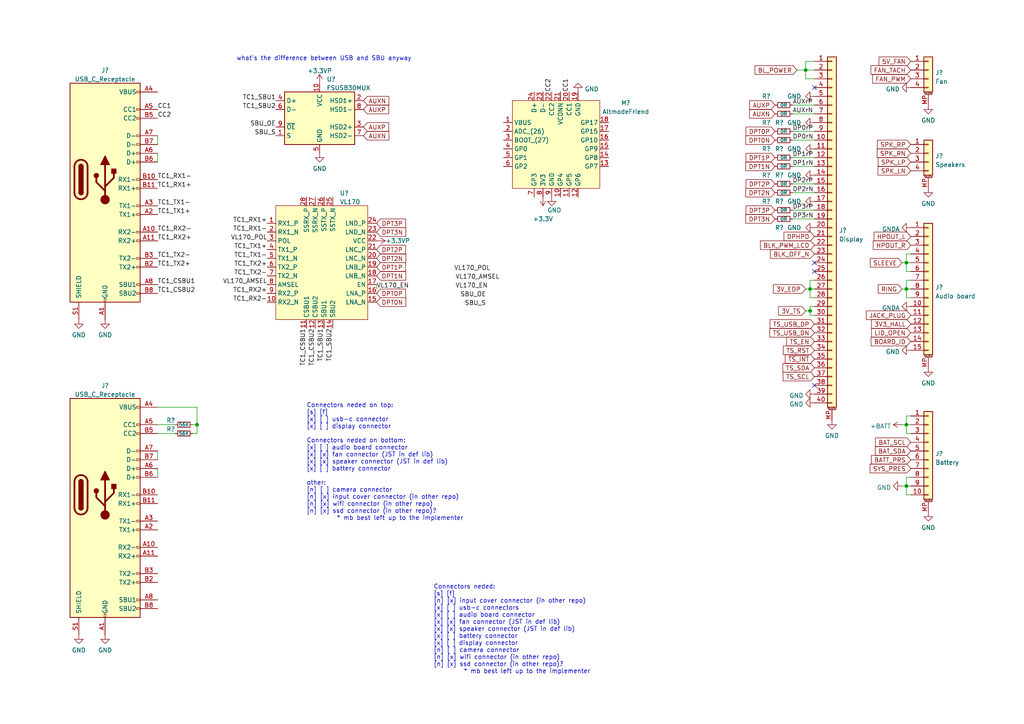
<source format=kicad_sch>
(kicad_sch (version 20211123) (generator eeschema)
  (paper "A4")
  (lib_symbols
    (symbol "Connector:USB_C_Receptacle" (pin_names (offset 1.016))
      (property "Reference" "J" (at -10.16 29.21 0))
      (property "Value" "USB_C_Receptacle" (at 10.16 29.21 0))
      (symbol "USB_C_Receptacle_0_0"
        (rectangle (start -0.254 -35.56) (end 0.254 -34.544))
        (rectangle (start 10.16 -32.766) (end 9.144 -33.274))
        (rectangle (start 10.16 -30.226) (end 9.144 -30.734))
        (rectangle (start 10.16 -25.146) (end 9.144 -25.654))
        (rectangle (start 10.16 -22.606) (end 9.144 -23.114))
        (rectangle (start 10.16 -17.526) (end 9.144 -18.034))
        (rectangle (start 10.16 -14.986) (end 9.144 -15.494))
        (rectangle (start 10.16 -9.906) (end 9.144 -10.414))
        (rectangle (start 10.16 -7.366) (end 9.144 -7.874))
        (rectangle (start 10.16 -2.286) (end 9.144 -2.794))
        (rectangle (start 10.16 0.254) (end 9.144 -0.254))
        (rectangle (start 10.16 5.334) (end 9.144 4.826))
        (rectangle (start 10.16 7.874) (end 9.144 7.366))
        (rectangle (start 10.16 10.414) (end 9.144 9.906))
        (rectangle (start 10.16 12.954) (end 9.144 12.446))
        (rectangle (start 10.16 18.034) (end 9.144 17.526))
        (rectangle (start 10.16 20.574) (end 9.144 20.066))
        (rectangle (start 10.16 25.654) (end 9.144 25.146))
      )
      (symbol "USB_C_Receptacle_0_1"
        (rectangle (start -10.16 27.94) (end 10.16 -35.56) (stroke (width 0.254)) (fill (type background)))
        (arc (start -8.89 -3.81) (mid -6.985 -5.715) (end -5.08 -3.81) (stroke (width 0.508)))
        (arc (start -7.62 -3.81) (mid -6.985 -4.445) (end -6.35 -3.81) (stroke (width 0.254)))
        (arc (start -7.62 -3.81) (mid -6.985 -4.445) (end -6.35 -3.81) (stroke (width 0.254)) (fill (type outline)))
        (rectangle (start -7.62 -3.81) (end -6.35 3.81) (stroke (width 0.254)) (fill (type outline)))
        (arc (start -6.35 3.81) (mid -6.985 4.445) (end -7.62 3.81) (stroke (width 0.254)))
        (arc (start -6.35 3.81) (mid -6.985 4.445) (end -7.62 3.81) (stroke (width 0.254)) (fill (type outline)))
        (arc (start -5.08 3.81) (mid -6.985 5.715) (end -8.89 3.81) (stroke (width 0.508)))
        (polyline (pts (xy -8.89 -3.81) (xy -8.89 3.81)) (stroke (width 0.508)))
        (polyline (pts (xy -5.08 3.81) (xy -5.08 -3.81)) (stroke (width 0.508)))
      )
      (symbol "USB_C_Receptacle_1_1"
        (circle (center -2.54 1.143) (radius 0.635) (stroke (width 0.254)) (fill (type outline)))
        (circle (center 0 -5.842) (radius 1.27) (fill (type outline)))
        (polyline (pts (xy 0 -5.842) (xy 0 4.318)) (stroke (width 0.508)))
        (polyline (pts (xy 0 -3.302) (xy -2.54 -0.762) (xy -2.54 0.508)) (stroke (width 0.508)))
        (polyline (pts (xy 0 -2.032) (xy 2.54 0.508) (xy 2.54 1.778)) (stroke (width 0.508)))
        (polyline (pts (xy -1.27 4.318) (xy 0 6.858) (xy 1.27 4.318) (xy -1.27 4.318)) (stroke (width 0.254)) (fill (type outline)))
        (rectangle (start 1.905 1.778) (end 3.175 3.048) (stroke (width 0.254)) (fill (type outline)))
        (pin passive line (at 0 -40.64 90) (length 5.08) (name "GND") (number "A1"))
        (pin bidirectional line (at 15.24 -15.24 180) (length 5.08) (name "RX2-") (number "A10"))
        (pin bidirectional line (at 15.24 -17.78 180) (length 5.08) (name "RX2+") (number "A11"))
        (pin passive line (at 0 -40.64 90) (length 5.08) hide (name "GND") (number "A12"))
        (pin bidirectional line (at 15.24 -10.16 180) (length 5.08) (name "TX1+") (number "A2"))
        (pin bidirectional line (at 15.24 -7.62 180) (length 5.08) (name "TX1-") (number "A3"))
        (pin passive line (at 15.24 25.4 180) (length 5.08) (name "VBUS") (number "A4"))
        (pin bidirectional line (at 15.24 20.32 180) (length 5.08) (name "CC1") (number "A5"))
        (pin bidirectional line (at 15.24 7.62 180) (length 5.08) (name "D+") (number "A6"))
        (pin bidirectional line (at 15.24 12.7 180) (length 5.08) (name "D-") (number "A7"))
        (pin bidirectional line (at 15.24 -30.48 180) (length 5.08) (name "SBU1") (number "A8"))
        (pin passive line (at 15.24 25.4 180) (length 5.08) hide (name "VBUS") (number "A9"))
        (pin passive line (at 0 -40.64 90) (length 5.08) hide (name "GND") (number "B1"))
        (pin bidirectional line (at 15.24 0 180) (length 5.08) (name "RX1-") (number "B10"))
        (pin bidirectional line (at 15.24 -2.54 180) (length 5.08) (name "RX1+") (number "B11"))
        (pin passive line (at 0 -40.64 90) (length 5.08) hide (name "GND") (number "B12"))
        (pin bidirectional line (at 15.24 -25.4 180) (length 5.08) (name "TX2+") (number "B2"))
        (pin bidirectional line (at 15.24 -22.86 180) (length 5.08) (name "TX2-") (number "B3"))
        (pin passive line (at 15.24 25.4 180) (length 5.08) hide (name "VBUS") (number "B4"))
        (pin bidirectional line (at 15.24 17.78 180) (length 5.08) (name "CC2") (number "B5"))
        (pin bidirectional line (at 15.24 5.08 180) (length 5.08) (name "D+") (number "B6"))
        (pin bidirectional line (at 15.24 10.16 180) (length 5.08) (name "D-") (number "B7"))
        (pin bidirectional line (at 15.24 -33.02 180) (length 5.08) (name "SBU2") (number "B8"))
        (pin passive line (at 15.24 25.4 180) (length 5.08) hide (name "VBUS") (number "B9"))
        (pin passive line (at -7.62 -40.64 90) (length 5.08) (name "SHIELD") (number "S1"))
      )
    )
    (symbol "Connector_Generic_MountingPin:Conn_01x04_MountingPin" (pin_names (offset 1.016) hide)
      (property "Reference" "J" (at 0 5.08 0))
      (property "Value" "Conn_01x04_MountingPin" (at 1.27 -7.62 0))
      (symbol "Conn_01x04_MountingPin_1_1"
        (rectangle (start -1.27 -4.953) (end 0 -5.207) (stroke (width 0.1524)))
        (rectangle (start -1.27 -2.413) (end 0 -2.667) (stroke (width 0.1524)))
        (rectangle (start -1.27 0.127) (end 0 -0.127) (stroke (width 0.1524)))
        (rectangle (start -1.27 2.667) (end 0 2.413) (stroke (width 0.1524)))
        (rectangle (start -1.27 3.81) (end 1.27 -6.35) (stroke (width 0.254)) (fill (type background)))
        (polyline (pts (xy -1.016 -7.112) (xy 1.016 -7.112)) (stroke (width 0.1524)))
        (text "Mounting" (at 0 -6.731 0) (effects (font (size 0.381 0.381))))
        (pin passive line (at -5.08 2.54 0) (length 3.81) (name "Pin_1") (number "1"))
        (pin passive line (at -5.08 0 0) (length 3.81) (name "Pin_2") (number "2"))
        (pin passive line (at -5.08 -2.54 0) (length 3.81) (name "Pin_3") (number "3"))
        (pin passive line (at -5.08 -5.08 0) (length 3.81) (name "Pin_4") (number "4"))
        (pin passive line (at 0 -10.16 90) (length 3.048) (name "MountPin") (number "MP"))
      )
    )
    (symbol "Connector_Generic_MountingPin:Conn_01x10_MountingPin" (pin_names (offset 1.016) hide)
      (property "Reference" "J" (at 0 12.7 0))
      (property "Value" "Conn_01x10_MountingPin" (at 1.27 -15.24 0))
      (symbol "Conn_01x10_MountingPin_1_1"
        (rectangle (start -1.27 -12.573) (end 0 -12.827) (stroke (width 0.1524)))
        (rectangle (start -1.27 -10.033) (end 0 -10.287) (stroke (width 0.1524)))
        (rectangle (start -1.27 -7.493) (end 0 -7.747) (stroke (width 0.1524)))
        (rectangle (start -1.27 -4.953) (end 0 -5.207) (stroke (width 0.1524)))
        (rectangle (start -1.27 -2.413) (end 0 -2.667) (stroke (width 0.1524)))
        (rectangle (start -1.27 0.127) (end 0 -0.127) (stroke (width 0.1524)))
        (rectangle (start -1.27 2.667) (end 0 2.413) (stroke (width 0.1524)))
        (rectangle (start -1.27 5.207) (end 0 4.953) (stroke (width 0.1524)))
        (rectangle (start -1.27 7.747) (end 0 7.493) (stroke (width 0.1524)))
        (rectangle (start -1.27 10.287) (end 0 10.033) (stroke (width 0.1524)))
        (rectangle (start -1.27 11.43) (end 1.27 -13.97) (stroke (width 0.254)) (fill (type background)))
        (polyline (pts (xy -1.016 -14.732) (xy 1.016 -14.732)) (stroke (width 0.1524)))
        (text "Mounting" (at 0 -14.351 0) (effects (font (size 0.381 0.381))))
        (pin passive line (at -5.08 10.16 0) (length 3.81) (name "Pin_1") (number "1"))
        (pin passive line (at -5.08 -12.7 0) (length 3.81) (name "Pin_10") (number "10"))
        (pin passive line (at -5.08 7.62 0) (length 3.81) (name "Pin_2") (number "2"))
        (pin passive line (at -5.08 5.08 0) (length 3.81) (name "Pin_3") (number "3"))
        (pin passive line (at -5.08 2.54 0) (length 3.81) (name "Pin_4") (number "4"))
        (pin passive line (at -5.08 0 0) (length 3.81) (name "Pin_5") (number "5"))
        (pin passive line (at -5.08 -2.54 0) (length 3.81) (name "Pin_6") (number "6"))
        (pin passive line (at -5.08 -5.08 0) (length 3.81) (name "Pin_7") (number "7"))
        (pin passive line (at -5.08 -7.62 0) (length 3.81) (name "Pin_8") (number "8"))
        (pin passive line (at -5.08 -10.16 0) (length 3.81) (name "Pin_9") (number "9"))
        (pin passive line (at 0 -17.78 90) (length 3.048) (name "MountPin") (number "MP"))
      )
    )
    (symbol "Connector_Generic_MountingPin:Conn_01x15_MountingPin" (pin_names (offset 1.016) hide)
      (property "Reference" "J" (at 0 20.32 0))
      (property "Value" "Conn_01x15_MountingPin" (at 1.27 -20.32 0))
      (symbol "Conn_01x15_MountingPin_1_1"
        (rectangle (start -1.27 -17.653) (end 0 -17.907) (stroke (width 0.1524)))
        (rectangle (start -1.27 -15.113) (end 0 -15.367) (stroke (width 0.1524)))
        (rectangle (start -1.27 -12.573) (end 0 -12.827) (stroke (width 0.1524)))
        (rectangle (start -1.27 -10.033) (end 0 -10.287) (stroke (width 0.1524)))
        (rectangle (start -1.27 -7.493) (end 0 -7.747) (stroke (width 0.1524)))
        (rectangle (start -1.27 -4.953) (end 0 -5.207) (stroke (width 0.1524)))
        (rectangle (start -1.27 -2.413) (end 0 -2.667) (stroke (width 0.1524)))
        (rectangle (start -1.27 0.127) (end 0 -0.127) (stroke (width 0.1524)))
        (rectangle (start -1.27 2.667) (end 0 2.413) (stroke (width 0.1524)))
        (rectangle (start -1.27 5.207) (end 0 4.953) (stroke (width 0.1524)))
        (rectangle (start -1.27 7.747) (end 0 7.493) (stroke (width 0.1524)))
        (rectangle (start -1.27 10.287) (end 0 10.033) (stroke (width 0.1524)))
        (rectangle (start -1.27 12.827) (end 0 12.573) (stroke (width 0.1524)))
        (rectangle (start -1.27 15.367) (end 0 15.113) (stroke (width 0.1524)))
        (rectangle (start -1.27 17.907) (end 0 17.653) (stroke (width 0.1524)))
        (rectangle (start -1.27 19.05) (end 1.27 -19.05) (stroke (width 0.254)) (fill (type background)))
        (polyline (pts (xy -1.016 -19.812) (xy 1.016 -19.812)) (stroke (width 0.1524)))
        (text "Mounting" (at 0 -19.431 0) (effects (font (size 0.381 0.381))))
        (pin passive line (at -5.08 17.78 0) (length 3.81) (name "Pin_1") (number "1"))
        (pin passive line (at -5.08 -5.08 0) (length 3.81) (name "Pin_10") (number "10"))
        (pin passive line (at -5.08 -7.62 0) (length 3.81) (name "Pin_11") (number "11"))
        (pin passive line (at -5.08 -10.16 0) (length 3.81) (name "Pin_12") (number "12"))
        (pin passive line (at -5.08 -12.7 0) (length 3.81) (name "Pin_13") (number "13"))
        (pin passive line (at -5.08 -15.24 0) (length 3.81) (name "Pin_14") (number "14"))
        (pin passive line (at -5.08 -17.78 0) (length 3.81) (name "Pin_15") (number "15"))
        (pin passive line (at -5.08 15.24 0) (length 3.81) (name "Pin_2") (number "2"))
        (pin passive line (at -5.08 12.7 0) (length 3.81) (name "Pin_3") (number "3"))
        (pin passive line (at -5.08 10.16 0) (length 3.81) (name "Pin_4") (number "4"))
        (pin passive line (at -5.08 7.62 0) (length 3.81) (name "Pin_5") (number "5"))
        (pin passive line (at -5.08 5.08 0) (length 3.81) (name "Pin_6") (number "6"))
        (pin passive line (at -5.08 2.54 0) (length 3.81) (name "Pin_7") (number "7"))
        (pin passive line (at -5.08 0 0) (length 3.81) (name "Pin_8") (number "8"))
        (pin passive line (at -5.08 -2.54 0) (length 3.81) (name "Pin_9") (number "9"))
        (pin passive line (at 0 -22.86 90) (length 3.048) (name "MountPin") (number "MP"))
      )
    )
    (symbol "Connector_Generic_MountingPin:Conn_01x40_MountingPin" (pin_names (offset 1.016) hide)
      (property "Reference" "J" (at 0 50.8 0))
      (property "Value" "Conn_01x40_MountingPin" (at 1.27 -53.34 0))
      (symbol "Conn_01x40_MountingPin_1_1"
        (rectangle (start -1.27 -50.673) (end 0 -50.927) (stroke (width 0.1524)))
        (rectangle (start -1.27 -48.133) (end 0 -48.387) (stroke (width 0.1524)))
        (rectangle (start -1.27 -45.593) (end 0 -45.847) (stroke (width 0.1524)))
        (rectangle (start -1.27 -43.053) (end 0 -43.307) (stroke (width 0.1524)))
        (rectangle (start -1.27 -40.513) (end 0 -40.767) (stroke (width 0.1524)))
        (rectangle (start -1.27 -37.973) (end 0 -38.227) (stroke (width 0.1524)))
        (rectangle (start -1.27 -35.433) (end 0 -35.687) (stroke (width 0.1524)))
        (rectangle (start -1.27 -32.893) (end 0 -33.147) (stroke (width 0.1524)))
        (rectangle (start -1.27 -30.353) (end 0 -30.607) (stroke (width 0.1524)))
        (rectangle (start -1.27 -27.813) (end 0 -28.067) (stroke (width 0.1524)))
        (rectangle (start -1.27 -25.273) (end 0 -25.527) (stroke (width 0.1524)))
        (rectangle (start -1.27 -22.733) (end 0 -22.987) (stroke (width 0.1524)))
        (rectangle (start -1.27 -20.193) (end 0 -20.447) (stroke (width 0.1524)))
        (rectangle (start -1.27 -17.653) (end 0 -17.907) (stroke (width 0.1524)))
        (rectangle (start -1.27 -15.113) (end 0 -15.367) (stroke (width 0.1524)))
        (rectangle (start -1.27 -12.573) (end 0 -12.827) (stroke (width 0.1524)))
        (rectangle (start -1.27 -10.033) (end 0 -10.287) (stroke (width 0.1524)))
        (rectangle (start -1.27 -7.493) (end 0 -7.747) (stroke (width 0.1524)))
        (rectangle (start -1.27 -4.953) (end 0 -5.207) (stroke (width 0.1524)))
        (rectangle (start -1.27 -2.413) (end 0 -2.667) (stroke (width 0.1524)))
        (rectangle (start -1.27 0.127) (end 0 -0.127) (stroke (width 0.1524)))
        (rectangle (start -1.27 2.667) (end 0 2.413) (stroke (width 0.1524)))
        (rectangle (start -1.27 5.207) (end 0 4.953) (stroke (width 0.1524)))
        (rectangle (start -1.27 7.747) (end 0 7.493) (stroke (width 0.1524)))
        (rectangle (start -1.27 10.287) (end 0 10.033) (stroke (width 0.1524)))
        (rectangle (start -1.27 12.827) (end 0 12.573) (stroke (width 0.1524)))
        (rectangle (start -1.27 15.367) (end 0 15.113) (stroke (width 0.1524)))
        (rectangle (start -1.27 17.907) (end 0 17.653) (stroke (width 0.1524)))
        (rectangle (start -1.27 20.447) (end 0 20.193) (stroke (width 0.1524)))
        (rectangle (start -1.27 22.987) (end 0 22.733) (stroke (width 0.1524)))
        (rectangle (start -1.27 25.527) (end 0 25.273) (stroke (width 0.1524)))
        (rectangle (start -1.27 28.067) (end 0 27.813) (stroke (width 0.1524)))
        (rectangle (start -1.27 30.607) (end 0 30.353) (stroke (width 0.1524)))
        (rectangle (start -1.27 33.147) (end 0 32.893) (stroke (width 0.1524)))
        (rectangle (start -1.27 35.687) (end 0 35.433) (stroke (width 0.1524)))
        (rectangle (start -1.27 38.227) (end 0 37.973) (stroke (width 0.1524)))
        (rectangle (start -1.27 40.767) (end 0 40.513) (stroke (width 0.1524)))
        (rectangle (start -1.27 43.307) (end 0 43.053) (stroke (width 0.1524)))
        (rectangle (start -1.27 45.847) (end 0 45.593) (stroke (width 0.1524)))
        (rectangle (start -1.27 48.387) (end 0 48.133) (stroke (width 0.1524)))
        (rectangle (start -1.27 49.53) (end 1.27 -52.07) (stroke (width 0.254)) (fill (type background)))
        (polyline (pts (xy -1.016 -52.832) (xy 1.016 -52.832)) (stroke (width 0.1524)))
        (text "Mounting" (at 0 -52.451 0) (effects (font (size 0.381 0.381))))
        (pin passive line (at -5.08 48.26 0) (length 3.81) (name "Pin_1") (number "1"))
        (pin passive line (at -5.08 25.4 0) (length 3.81) (name "Pin_10") (number "10"))
        (pin passive line (at -5.08 22.86 0) (length 3.81) (name "Pin_11") (number "11"))
        (pin passive line (at -5.08 20.32 0) (length 3.81) (name "Pin_12") (number "12"))
        (pin passive line (at -5.08 17.78 0) (length 3.81) (name "Pin_13") (number "13"))
        (pin passive line (at -5.08 15.24 0) (length 3.81) (name "Pin_14") (number "14"))
        (pin passive line (at -5.08 12.7 0) (length 3.81) (name "Pin_15") (number "15"))
        (pin passive line (at -5.08 10.16 0) (length 3.81) (name "Pin_16") (number "16"))
        (pin passive line (at -5.08 7.62 0) (length 3.81) (name "Pin_17") (number "17"))
        (pin passive line (at -5.08 5.08 0) (length 3.81) (name "Pin_18") (number "18"))
        (pin passive line (at -5.08 2.54 0) (length 3.81) (name "Pin_19") (number "19"))
        (pin passive line (at -5.08 45.72 0) (length 3.81) (name "Pin_2") (number "2"))
        (pin passive line (at -5.08 0 0) (length 3.81) (name "Pin_20") (number "20"))
        (pin passive line (at -5.08 -2.54 0) (length 3.81) (name "Pin_21") (number "21"))
        (pin passive line (at -5.08 -5.08 0) (length 3.81) (name "Pin_22") (number "22"))
        (pin passive line (at -5.08 -7.62 0) (length 3.81) (name "Pin_23") (number "23"))
        (pin passive line (at -5.08 -10.16 0) (length 3.81) (name "Pin_24") (number "24"))
        (pin passive line (at -5.08 -12.7 0) (length 3.81) (name "Pin_25") (number "25"))
        (pin passive line (at -5.08 -15.24 0) (length 3.81) (name "Pin_26") (number "26"))
        (pin passive line (at -5.08 -17.78 0) (length 3.81) (name "Pin_27") (number "27"))
        (pin passive line (at -5.08 -20.32 0) (length 3.81) (name "Pin_28") (number "28"))
        (pin passive line (at -5.08 -22.86 0) (length 3.81) (name "Pin_29") (number "29"))
        (pin passive line (at -5.08 43.18 0) (length 3.81) (name "Pin_3") (number "3"))
        (pin passive line (at -5.08 -25.4 0) (length 3.81) (name "Pin_30") (number "30"))
        (pin passive line (at -5.08 -27.94 0) (length 3.81) (name "Pin_31") (number "31"))
        (pin passive line (at -5.08 -30.48 0) (length 3.81) (name "Pin_32") (number "32"))
        (pin passive line (at -5.08 -33.02 0) (length 3.81) (name "Pin_33") (number "33"))
        (pin passive line (at -5.08 -35.56 0) (length 3.81) (name "Pin_34") (number "34"))
        (pin passive line (at -5.08 -38.1 0) (length 3.81) (name "Pin_35") (number "35"))
        (pin passive line (at -5.08 -40.64 0) (length 3.81) (name "Pin_36") (number "36"))
        (pin passive line (at -5.08 -43.18 0) (length 3.81) (name "Pin_37") (number "37"))
        (pin passive line (at -5.08 -45.72 0) (length 3.81) (name "Pin_38") (number "38"))
        (pin passive line (at -5.08 -48.26 0) (length 3.81) (name "Pin_39") (number "39"))
        (pin passive line (at -5.08 40.64 0) (length 3.81) (name "Pin_4") (number "4"))
        (pin passive line (at -5.08 -50.8 0) (length 3.81) (name "Pin_40") (number "40"))
        (pin passive line (at -5.08 38.1 0) (length 3.81) (name "Pin_5") (number "5"))
        (pin passive line (at -5.08 35.56 0) (length 3.81) (name "Pin_6") (number "6"))
        (pin passive line (at -5.08 33.02 0) (length 3.81) (name "Pin_7") (number "7"))
        (pin passive line (at -5.08 30.48 0) (length 3.81) (name "Pin_8") (number "8"))
        (pin passive line (at -5.08 27.94 0) (length 3.81) (name "Pin_9") (number "9"))
        (pin passive line (at 0 -55.88 90) (length 3.048) (name "MountPin") (number "MP"))
      )
    )
    (symbol "Device:R_Small" (pin_numbers hide) (pin_names (offset 0.254) hide)
      (property "Reference" "R" (at 0.762 0.508 0))
      (property "Value" "R_Small" (at 0.762 -1.016 0))
      (symbol "R_Small_0_1"
        (rectangle (start -0.762 1.778) (end 0.762 -1.778) (stroke (width 0.2032)))
      )
      (symbol "R_Small_1_1"
        (pin passive line (at 0 2.54 270) (length 0.762) (name "~") (number "1"))
        (pin passive line (at 0 -2.54 90) (length 0.762) (name "~") (number "2"))
      )
    )
    (symbol "Interface_USB:FSUSB30MUX"
      (property "Reference" "U" (at -8.89 8.89 0))
      (property "Value" "FSUSB30MUX" (at 7.62 -8.89 0))
      (symbol "FSUSB30MUX_0_1"
        (rectangle (start -10.16 7.62) (end 10.16 -7.62) (stroke (width 0.254)) (fill (type background)))
      )
      (symbol "FSUSB30MUX_1_1"
        (pin input line (at -12.7 -5.08 0) (length 2.54) (name "S") (number "1"))
        (pin power_in line (at 0 10.16 270) (length 2.54) (name "VCC") (number "10"))
        (pin bidirectional line (at 12.7 5.08 180) (length 2.54) (name "HSD1+") (number "2"))
        (pin bidirectional line (at 12.7 -2.54 180) (length 2.54) (name "HSD2+") (number "3"))
        (pin bidirectional line (at -12.7 5.08 0) (length 2.54) (name "D+") (number "4"))
        (pin power_in line (at 0 -10.16 90) (length 2.54) (name "GND") (number "5"))
        (pin bidirectional line (at -12.7 2.54 0) (length 2.54) (name "D-") (number "6"))
        (pin bidirectional line (at 12.7 -5.08 180) (length 2.54) (name "HSD2-") (number "7"))
        (pin bidirectional line (at 12.7 2.54 180) (length 2.54) (name "HSD1-") (number "8"))
        (pin input line (at -12.7 -2.54 0) (length 2.54) (name "~{OE}") (number "9"))
      )
    )
    (symbol "altmode_friend:AltmodeFriend"
      (property "Reference" "M" (at 8.89 13.97 0))
      (property "Value" "AltmodeFriend" (at 13.97 -13.97 0))
      (symbol "AltmodeFriend_0_1"
        (rectangle (start -12.7 12.7) (end 12.7 -12.7) (stroke (width 0.1524)) (fill (type background)))
      )
      (symbol "AltmodeFriend_1_1"
        (pin input line (at -15.24 6.35 0) (length 2.54) (name "VBUS") (number "1"))
        (pin input line (at 1.27 -15.24 90) (length 2.54) (name "GP4") (number "10"))
        (pin input line (at 3.81 -15.24 90) (length 2.54) (name "GP5") (number "11"))
        (pin input line (at 6.35 -15.24 90) (length 2.54) (name "GP6") (number "12"))
        (pin input line (at 15.24 -6.35 180) (length 2.54) (name "GP7") (number "13"))
        (pin input line (at 15.24 -3.81 180) (length 2.54) (name "GP8") (number "14"))
        (pin input line (at 15.24 -1.27 180) (length 2.54) (name "GP9") (number "15"))
        (pin input line (at 15.24 1.27 180) (length 2.54) (name "GP10") (number "16"))
        (pin input line (at 15.24 3.81 180) (length 2.54) (name "GP15") (number "17"))
        (pin input line (at 15.24 6.35 180) (length 2.54) (name "GP17") (number "18"))
        (pin input line (at 6.35 15.24 270) (length 2.54) (name "GND") (number "19"))
        (pin input line (at -15.24 3.81 0) (length 2.54) (name "ADC_(26)") (number "2"))
        (pin input line (at 3.81 15.24 270) (length 2.54) (name "CC1") (number "20"))
        (pin input line (at 1.27 15.24 270) (length 2.54) (name "VCONN") (number "21"))
        (pin input line (at -1.27 15.24 270) (length 2.54) (name "CC2") (number "22"))
        (pin input line (at -3.81 15.24 270) (length 2.54) (name "D-") (number "23"))
        (pin input line (at -6.35 15.24 270) (length 2.54) (name "D+") (number "24"))
        (pin input line (at -15.24 1.27 0) (length 2.54) (name "BOOT_(27)") (number "3"))
        (pin input line (at -15.24 -1.27 0) (length 2.54) (name "GP0") (number "4"))
        (pin input line (at -15.24 -3.81 0) (length 2.54) (name "GP1") (number "5"))
        (pin input line (at -15.24 -6.35 0) (length 2.54) (name "GP2") (number "6"))
        (pin input line (at -6.35 -15.24 90) (length 2.54) (name "GP3") (number "7"))
        (pin input line (at -3.81 -15.24 90) (length 2.54) (name "3V3") (number "8"))
        (pin input line (at -1.27 -15.24 90) (length 2.54) (name "GND") (number "9"))
      )
    )
    (symbol "power:+3.3V" (power) (pin_names (offset 0))
      (property "Value" "+3.3V" (at 0 3.556 0))
      (symbol "+3.3V_0_1"
        (polyline (pts (xy -0.762 1.27) (xy 0 2.54)))
        (polyline (pts (xy 0 0) (xy 0 2.54)))
        (polyline (pts (xy 0 2.54) (xy 0.762 1.27)))
      )
      (symbol "+3.3V_1_1"
        (pin power_in line (at 0 0 90) (length 0) hide (name "+3.3V") (number "1"))
      )
    )
    (symbol "power:+3.3VP" (power) (pin_names (offset 0))
      (property "Value" "+3.3VP" (at 0 2.54 0))
      (symbol "+3.3VP_0_0"
        (pin power_in line (at 0 0 90) (length 0) hide (name "+3.3VP") (number "1"))
      )
      (symbol "+3.3VP_0_1"
        (polyline (pts (xy -0.762 1.27) (xy 0 2.54)))
        (polyline (pts (xy 0 0) (xy 0 2.54)))
        (polyline (pts (xy 0 2.54) (xy 0.762 1.27)))
      )
    )
    (symbol "power:+BATT" (power) (pin_names (offset 0))
      (property "Value" "+BATT" (at 0 3.556 0))
      (symbol "+BATT_0_1"
        (polyline (pts (xy -0.762 1.27) (xy 0 2.54)))
        (polyline (pts (xy 0 0) (xy 0 2.54)))
        (polyline (pts (xy 0 2.54) (xy 0.762 1.27)))
      )
      (symbol "+BATT_1_1"
        (pin power_in line (at 0 0 90) (length 0) hide (name "+BATT") (number "1"))
      )
    )
    (symbol "power:GND" (power) (pin_names (offset 0))
      (property "Value" "GND" (at 0 -3.81 0))
      (symbol "GND_0_1"
        (polyline (pts (xy 0 0) (xy 0 -1.27) (xy 1.27 -1.27) (xy 0 -2.54) (xy -1.27 -1.27) (xy 0 -1.27)))
      )
      (symbol "GND_1_1"
        (pin power_in line (at 0 0 270) (length 0) hide (name "GND") (number "1"))
      )
    )
    (symbol "power:GNDA" (power) (pin_names (offset 0))
      (property "Value" "GNDA" (at 0 -3.81 0))
      (symbol "GNDA_0_1"
        (polyline (pts (xy 0 0) (xy 0 -1.27) (xy 1.27 -1.27) (xy 0 -2.54) (xy -1.27 -1.27) (xy 0 -1.27)))
      )
      (symbol "GNDA_1_1"
        (pin power_in line (at 0 0 270) (length 0) hide (name "GNDA") (number "1"))
      )
    )
    (symbol "vl170:VL170"
      (property "Reference" "U" (at 7.62 17.78 0))
      (property "Value" "VL170" (at 10.16 -17.78 0))
      (symbol "VL170_0_1"
        (rectangle (start -12.7 16.51) (end 13.97 -16.51) (stroke (width 0.1524)) (fill (type background)))
      )
      (symbol "VL170_1_1"
        (pin input line (at -15.24 11.43 0) (length 2.54) (name "RX1_P") (number "1"))
        (pin input line (at -15.24 -11.43 0) (length 2.54) (name "RX2_N") (number "10"))
        (pin input line (at -3.81 -19.05 90) (length 2.54) (name "CSBU1") (number "11"))
        (pin input line (at -1.27 -19.05 90) (length 2.54) (name "CSBU2") (number "12"))
        (pin input line (at 1.27 -19.05 90) (length 2.54) (name "SBU1") (number "13"))
        (pin input line (at 3.81 -19.05 90) (length 2.54) (name "SBU2") (number "14"))
        (pin input line (at 16.51 -11.43 180) (length 2.54) (name "LNA_N") (number "15"))
        (pin input line (at 16.51 -8.89 180) (length 2.54) (name "LNA_P") (number "16"))
        (pin input line (at 16.51 -6.35 180) (length 2.54) (name "EN") (number "17"))
        (pin input line (at 16.51 -3.81 180) (length 2.54) (name "LNB_N") (number "18"))
        (pin input line (at 16.51 -1.27 180) (length 2.54) (name "LNB_P") (number "19"))
        (pin input line (at -15.24 8.89 0) (length 2.54) (name "RX1_N") (number "2"))
        (pin input line (at 16.51 1.27 180) (length 2.54) (name "LNC_N") (number "20"))
        (pin input line (at 16.51 3.81 180) (length 2.54) (name "LNC_P") (number "21"))
        (pin input line (at 16.51 6.35 180) (length 2.54) (name "VCC") (number "22"))
        (pin input line (at 16.51 8.89 180) (length 2.54) (name "LND_N") (number "23"))
        (pin input line (at 16.51 11.43 180) (length 2.54) (name "LND_P") (number "24"))
        (pin input line (at 3.81 19.05 270) (length 2.54) (name "SSTX_N") (number "25"))
        (pin input line (at 1.27 19.05 270) (length 2.54) (name "SSTX_P") (number "26"))
        (pin input line (at -1.27 19.05 270) (length 2.54) (name "SSRX_N") (number "27"))
        (pin input line (at -3.81 19.05 270) (length 2.54) (name "SSRX_P") (number "28"))
        (pin input line (at -15.24 6.35 0) (length 2.54) (name "POL") (number "3"))
        (pin input line (at -15.24 3.81 0) (length 2.54) (name "TX1_P") (number "4"))
        (pin input line (at -15.24 1.27 0) (length 2.54) (name "TX1_N") (number "5"))
        (pin input line (at -15.24 -1.27 0) (length 2.54) (name "TX2_P") (number "6"))
        (pin input line (at -15.24 -3.81 0) (length 2.54) (name "TX2_N") (number "7"))
        (pin input line (at -15.24 -6.35 0) (length 2.54) (name "AMSEL") (number "8"))
        (pin input line (at -15.24 -8.89 0) (length 2.54) (name "RX2_P") (number "9"))
      )
    )
  )
  (junction (at 233.68 20.32))
  (junction (at 57.15 123.19))
  (junction (at 262.89 140.97))
  (junction (at 234.95 83.82))
  (junction (at 262.89 83.82))
  (junction (at 262.89 76.2))
  (junction (at 262.89 123.19))
  (junction (at 234.95 90.17))
  (no_connect (at 236.22 25.4))
  (no_connect (at 236.22 76.2))
  (no_connect (at 236.22 78.74))
  (no_connect (at 236.22 111.76))
  (wire (pts (xy 264.16 78.74) (xy 262.89 78.74)))
  (wire (pts (xy 229.87 48.26) (xy 236.22 48.26)))
  (wire (pts (xy 262.89 123.19) (xy 262.89 120.65)))
  (wire (pts (xy 229.87 53.34) (xy 236.22 53.34)))
  (wire (pts (xy 45.72 123.19) (xy 50.8 123.19)))
  (wire (pts (xy 45.72 39.37) (xy 45.72 41.91)))
  (wire (pts (xy 262.89 81.28) (xy 264.16 81.28)))
  (wire (pts (xy 229.87 38.1) (xy 236.22 38.1)))
  (wire (pts (xy 262.89 73.66) (xy 264.16 73.66)))
  (wire (pts (xy 262.89 76.2) (xy 264.16 76.2)))
  (wire (pts (xy 261.62 123.19) (xy 262.89 123.19)))
  (wire (pts (xy 236.22 91.44) (xy 234.95 91.44)))
  (wire (pts (xy 233.68 20.32) (xy 236.22 20.32)))
  (wire (pts (xy 262.89 78.74) (xy 262.89 76.2)))
  (wire (pts (xy 262.89 140.97) (xy 264.16 140.97)))
  (wire (pts (xy 45.72 130.81) (xy 45.72 133.35)))
  (wire (pts (xy 234.95 83.82) (xy 236.22 83.82)))
  (wire (pts (xy 229.87 33.02) (xy 236.22 33.02)))
  (wire (pts (xy 45.72 135.89) (xy 45.72 138.43)))
  (wire (pts (xy 45.72 44.45) (xy 45.72 46.99)))
  (wire (pts (xy 264.16 143.51) (xy 262.89 143.51)))
  (wire (pts (xy 229.87 55.88) (xy 236.22 55.88)))
  (wire (pts (xy 231.14 20.32) (xy 233.68 20.32)))
  (wire (pts (xy 236.22 17.78) (xy 233.68 17.78)))
  (wire (pts (xy 234.95 91.44) (xy 234.95 90.17)))
  (wire (pts (xy 261.62 76.2) (xy 262.89 76.2)))
  (wire (pts (xy 261.62 140.97) (xy 262.89 140.97)))
  (wire (pts (xy 229.87 63.5) (xy 236.22 63.5)))
  (wire (pts (xy 262.89 83.82) (xy 264.16 83.82)))
  (wire (pts (xy 236.22 86.36) (xy 234.95 86.36)))
  (wire (pts (xy 264.16 125.73) (xy 262.89 125.73)))
  (wire (pts (xy 57.15 123.19) (xy 55.88 123.19)))
  (wire (pts (xy 229.87 45.72) (xy 236.22 45.72)))
  (wire (pts (xy 233.68 22.86) (xy 236.22 22.86)))
  (wire (pts (xy 262.89 123.19) (xy 264.16 123.19)))
  (wire (pts (xy 233.68 17.78) (xy 233.68 20.32)))
  (wire (pts (xy 262.89 76.2) (xy 262.89 73.66)))
  (wire (pts (xy 234.95 81.28) (xy 236.22 81.28)))
  (wire (pts (xy 262.89 86.36) (xy 262.89 83.82)))
  (wire (pts (xy 262.89 83.82) (xy 262.89 81.28)))
  (wire (pts (xy 229.87 60.96) (xy 236.22 60.96)))
  (wire (pts (xy 234.95 88.9) (xy 236.22 88.9)))
  (wire (pts (xy 233.68 20.32) (xy 233.68 22.86)))
  (wire (pts (xy 229.87 40.64) (xy 236.22 40.64)))
  (wire (pts (xy 234.95 90.17) (xy 234.95 88.9)))
  (wire (pts (xy 234.95 83.82) (xy 234.95 81.28)))
  (wire (pts (xy 234.95 86.36) (xy 234.95 83.82)))
  (wire (pts (xy 229.87 30.48) (xy 236.22 30.48)))
  (wire (pts (xy 262.89 143.51) (xy 262.89 140.97)))
  (wire (pts (xy 109.22 82.55) (xy 109.22 83.82)))
  (wire (pts (xy 262.89 120.65) (xy 264.16 120.65)))
  (wire (pts (xy 233.68 90.17) (xy 234.95 90.17)))
  (wire (pts (xy 262.89 125.73) (xy 262.89 123.19)))
  (wire (pts (xy 45.72 118.11) (xy 57.15 118.11)))
  (wire (pts (xy 57.15 125.73) (xy 57.15 123.19)))
  (wire (pts (xy 57.15 118.11) (xy 57.15 123.19)))
  (wire (pts (xy 55.88 125.73) (xy 57.15 125.73)))
  (wire (pts (xy 262.89 138.43) (xy 264.16 138.43)))
  (wire (pts (xy 264.16 86.36) (xy 262.89 86.36)))
  (wire (pts (xy 45.72 125.73) (xy 50.8 125.73)))
  (wire (pts (xy 261.62 83.82) (xy 262.89 83.82)))
  (wire (pts (xy 262.89 140.97) (xy 262.89 138.43)))
  (wire (pts (xy 233.68 83.82) (xy 234.95 83.82)))
  (text "what's the difference between USB and SBU anyway" (at 68.58 17.78 0) (effects (font (size 1.27 1.27)) (justify left bottom)))
  (text "Connectors neded on top:\n[s] [f]\n[x] [ ] usb-c connector\n[x] [ ] display connector\n\nConnectors neded on bottom:\n[x] [ ] audio board connector\n[x] [x] fan connector (JST in def lib)\n[x] [x] speaker connector (JST in def lib)\n[x] [ ] battery connector\n\nother:\n[n] [ ] camera connector\n[n] [x] input cover connector (in other repo)\n[n] [x] wifi connector (in other repo)\n[n] [x] ssd connector (in other repo)?\n         * mb best left up to the implementer" (at 88.9 151.13 0) (effects (font (size 1.27 1.27)) (justify left bottom)))
  (text "Connectors neded:\n[s] [f]\n[n] [x] input cover connector (in other repo)\n[x] [ ] usb-c connectors\n[x] [ ] audio board connector\n[x] [x] fan connector (JST in def lib)\n[x] [x] speaker connector (JST in def lib)\n[x] [ ] battery connector\n[x] [ ] display connector\n[n] [ ] camera connector\n[n] [x] wifi connector (in other repo)\n[n] [x] ssd connector (in other repo)?\n         * mb best left up to the implementer" (at 125.73 195.58 0) (effects (font (size 1.27 1.27)) (justify left bottom)))
  (label "SBU_OE" (at 80.01 36.83 180))
  (label "TC1_SBU2" (at 80.01 31.75 180))
  (label "CC2" (at 160.02 26.67 90))
  (label "TC1_RX1-" (at 45.72 52.07 0))
  (label "DP3rP" (at 229.87 60.96 0))
  (label "SBU_S" (at 80.01 39.37 180))
  (label "TC1_RX2+" (at 77.47 85.09 180))
  (label "VL170_POL" (at 77.47 69.85 180))
  (label "VL170_EN" (at 109.22 83.82 0))
  (label "DP3rN" (at 229.87 63.5 0))
  (label "TC1_RX2-" (at 45.72 67.31 0))
  (label "CC1" (at 165.1 26.67 90))
  (label "DP2rN" (at 229.87 55.88 0))
  (label "VL170_POL" (at 142.24 78.74 180))
  (label "VL170_EN" (at 132.08 83.82 0))
  (label "TC1_RX1-" (at 77.47 67.31 180))
  (label "TC1_TX2+" (at 77.47 77.47 180))
  (label "TC1_RX2-" (at 77.47 87.63 180))
  (label "TC1_TX1-" (at 45.72 59.69 0))
  (label "TC1_CSBU2" (at 45.72 85.09 0))
  (label "TC1_SBU1" (at 93.98 95.25 270))
  (label "TC1_RX1+" (at 45.72 54.61 0))
  (label "TC1_SBU2" (at 96.52 95.25 270))
  (label "AUXrN" (at 229.87 33.02 0))
  (label "TC1_RX1+" (at 77.47 64.77 180))
  (label "TC1_SBU1" (at 80.01 29.21 180))
  (label "TC1_RX2+" (at 45.72 69.85 0))
  (label "VL170_AMSEL" (at 132.08 81.28 0))
  (label "DP1rN" (at 229.87 48.26 0))
  (label "SBU_OE" (at 140.97 86.36 180))
  (label "DP1rP" (at 229.87 45.72 0))
  (label "DP2rP" (at 229.87 53.34 0))
  (label "TC1_TX1+" (at 45.72 62.23 0))
  (label "TC1_TX1+" (at 77.47 72.39 180))
  (label "TC1_CSBU2" (at 91.44 95.25 270))
  (label "TC1_TX2-" (at 77.47 80.01 180))
  (label "CC1" (at 45.72 31.75 0))
  (label "TC1_TX1-" (at 77.47 74.93 180))
  (label "SBU_S" (at 140.97 88.9 180))
  (label "TC1_CSBU1" (at 88.9 95.25 270))
  (label "CC2" (at 45.72 34.29 0))
  (label "TC1_TX2-" (at 45.72 74.93 0))
  (label "AUXrP" (at 229.87 30.48 0))
  (label "TC1_CSBU1" (at 45.72 82.55 0))
  (label "DP0rN" (at 229.87 40.64 0))
  (label "TC1_TX2+" (at 45.72 77.47 0))
  (label "VL170_AMSEL" (at 77.47 82.55 180))
  (label "DP0rP" (at 229.87 38.1 0))
  (global_label "DPT0N" (shape input) (at 224.79 40.64 180) (property "Intersheet References" "${INTERSHEET_REFS}" (effects hide)))
  (global_label "DPT3P" (shape input) (at 109.22 64.77 0) (property "Intersheet References" "${INTERSHEET_REFS}" (effects hide)))
  (global_label "3V_EDP" (shape input) (at 233.68 83.82 180) (property "Intersheet References" "${INTERSHEET_REFS}" (effects hide)))
  (global_label "DPT3N" (shape input) (at 109.22 67.31 0) (property "Intersheet References" "${INTERSHEET_REFS}" (effects hide)))
  (global_label "BOARD_ID" (shape input) (at 264.16 99.06 180) (property "Intersheet References" "${INTERSHEET_REFS}" (effects hide)))
  (global_label "JACK_PLUG" (shape input) (at 264.16 91.44 180) (property "Intersheet References" "${INTERSHEET_REFS}" (effects hide)))
  (global_label "TS_USB_DP" (shape input) (at 236.22 93.98 180) (property "Intersheet References" "${INTERSHEET_REFS}" (effects hide)))
  (global_label "DPT2P" (shape input) (at 224.79 53.34 180) (property "Intersheet References" "${INTERSHEET_REFS}" (effects hide)))
  (global_label "SYS_PRES" (shape input) (at 264.16 135.89 180) (property "Intersheet References" "${INTERSHEET_REFS}" (effects hide)))
  (global_label "AUXN" (shape input) (at 105.41 39.37 0) (property "Intersheet References" "${INTERSHEET_REFS}" (effects hide)))
  (global_label "AUXN" (shape input) (at 224.79 33.02 180) (property "Intersheet References" "${INTERSHEET_REFS}" (effects hide)))
  (global_label "FAN_PWM" (shape input) (at 264.16 22.86 180) (property "Intersheet References" "${INTERSHEET_REFS}" (effects hide)))
  (global_label "DPT3N" (shape input) (at 224.79 63.5 180) (property "Intersheet References" "${INTERSHEET_REFS}" (effects hide)))
  (global_label "TS_SDA" (shape input) (at 236.22 106.68 180) (property "Intersheet References" "${INTERSHEET_REFS}" (effects hide)))
  (global_label "BATT_PRS" (shape input) (at 264.16 133.35 180) (property "Intersheet References" "${INTERSHEET_REFS}" (effects hide)))
  (global_label "5V_FAN" (shape input) (at 264.16 17.78 180) (property "Intersheet References" "${INTERSHEET_REFS}" (effects hide)))
  (global_label "AUXP" (shape input) (at 105.41 31.75 0) (property "Intersheet References" "${INTERSHEET_REFS}" (effects hide)))
  (global_label "TS_USB_DN" (shape input) (at 236.22 96.52 180) (property "Intersheet References" "${INTERSHEET_REFS}" (effects hide)))
  (global_label "DPT2P" (shape input) (at 109.22 72.39 0) (property "Intersheet References" "${INTERSHEET_REFS}" (effects hide)))
  (global_label "DPT1N" (shape input) (at 109.22 80.01 0) (property "Intersheet References" "${INTERSHEET_REFS}" (effects hide)))
  (global_label "SLEEVE" (shape input) (at 261.62 76.2 180) (property "Intersheet References" "${INTERSHEET_REFS}" (effects hide)))
  (global_label "TS_EN" (shape input) (at 236.22 99.06 180) (property "Intersheet References" "${INTERSHEET_REFS}" (effects hide)))
  (global_label "DPT1N" (shape input) (at 224.79 48.26 180) (property "Intersheet References" "${INTERSHEET_REFS}" (effects hide)))
  (global_label "SPK_LN" (shape input) (at 264.16 49.53 180) (property "Intersheet References" "${INTERSHEET_REFS}" (effects hide)))
  (global_label "SPK_LP" (shape input) (at 264.16 46.99 180) (property "Intersheet References" "${INTERSHEET_REFS}" (effects hide)))
  (global_label "DPT0N" (shape input) (at 109.22 87.63 0) (property "Intersheet References" "${INTERSHEET_REFS}" (effects hide)))
  (global_label "DPHPD" (shape input) (at 236.22 68.58 180) (property "Intersheet References" "${INTERSHEET_REFS}" (effects hide)))
  (global_label "AUXP" (shape input) (at 224.79 30.48 180) (property "Intersheet References" "${INTERSHEET_REFS}" (effects hide)))
  (global_label "SPK_RN" (shape input) (at 264.16 44.45 180) (property "Intersheet References" "${INTERSHEET_REFS}" (effects hide)))
  (global_label "DPT2N" (shape input) (at 224.79 55.88 180) (property "Intersheet References" "${INTERSHEET_REFS}" (effects hide)))
  (global_label "AUXN" (shape input) (at 105.41 29.21 0) (property "Intersheet References" "${INTERSHEET_REFS}" (effects hide)))
  (global_label "DPT3P" (shape input) (at 224.79 60.96 180) (property "Intersheet References" "${INTERSHEET_REFS}" (effects hide)))
  (global_label "3V3_HALL" (shape input) (at 264.16 93.98 180) (property "Intersheet References" "${INTERSHEET_REFS}" (effects hide)))
  (global_label "BL_POWER" (shape input) (at 231.14 20.32 180) (property "Intersheet References" "${INTERSHEET_REFS}" (effects hide)))
  (global_label "AUXP" (shape input) (at 105.41 36.83 0) (property "Intersheet References" "${INTERSHEET_REFS}" (effects hide)))
  (global_label "LID_OPEN" (shape input) (at 264.16 96.52 180) (property "Intersheet References" "${INTERSHEET_REFS}" (effects hide)))
  (global_label "DPT0P" (shape input) (at 109.22 85.09 0) (property "Intersheet References" "${INTERSHEET_REFS}" (effects hide)))
  (global_label "RING" (shape input) (at 261.62 83.82 180) (property "Intersheet References" "${INTERSHEET_REFS}" (effects hide)))
  (global_label "~{TS_INT}" (shape input) (at 236.22 104.14 180) (property "Intersheet References" "${INTERSHEET_REFS}" (effects hide)))
  (global_label "DPT1P" (shape input) (at 224.79 45.72 180) (property "Intersheet References" "${INTERSHEET_REFS}" (effects hide)))
  (global_label "3V_TS" (shape input) (at 233.68 90.17 180) (property "Intersheet References" "${INTERSHEET_REFS}" (effects hide)))
  (global_label "SPK_RP" (shape input) (at 264.16 41.91 180) (property "Intersheet References" "${INTERSHEET_REFS}" (effects hide)))
  (global_label "BAT_SCL" (shape input) (at 264.16 128.27 180) (property "Intersheet References" "${INTERSHEET_REFS}" (effects hide)))
  (global_label "FAN_TACH" (shape input) (at 264.16 20.32 180) (property "Intersheet References" "${INTERSHEET_REFS}" (effects hide)))
  (global_label "DPT2N" (shape input) (at 109.22 74.93 0) (property "Intersheet References" "${INTERSHEET_REFS}" (effects hide)))
  (global_label "TS_SCL" (shape input) (at 236.22 109.22 180) (property "Intersheet References" "${INTERSHEET_REFS}" (effects hide)))
  (global_label "BLK_PWM_LCD" (shape input) (at 236.22 71.12 180) (property "Intersheet References" "${INTERSHEET_REFS}" (effects hide)))
  (global_label "DPT1P" (shape input) (at 109.22 77.47 0) (property "Intersheet References" "${INTERSHEET_REFS}" (effects hide)))
  (global_label "BAT_SDA" (shape input) (at 264.16 130.81 180) (property "Intersheet References" "${INTERSHEET_REFS}" (effects hide)))
  (global_label "DPT0P" (shape input) (at 224.79 38.1 180) (property "Intersheet References" "${INTERSHEET_REFS}" (effects hide)))
  (global_label "BLK_OFF_N" (shape input) (at 236.22 73.66 180) (property "Intersheet References" "${INTERSHEET_REFS}" (effects hide)))
  (global_label "HPOUT_L" (shape input) (at 264.16 68.58 180) (property "Intersheet References" "${INTERSHEET_REFS}" (effects hide)))
  (global_label "HPOUT_R" (shape input) (at 264.16 71.12 180) (property "Intersheet References" "${INTERSHEET_REFS}" (effects hide)))
  (global_label "TS_RST" (shape input) (at 236.22 101.6 180) (property "Intersheet References" "${INTERSHEET_REFS}" (effects hide)))
  (symbol (lib_id "Connector_Generic_MountingPin:Conn_01x10_MountingPin") (at 269.24 130.81 0) (unit 1)
    (property "Reference" "J?" (at 271.272 131.6009 0) (effects (justify left)))
    (property "Value" "Battery" (at 271.272 134.1378 0) (effects (justify left)))
  )
  (symbol (lib_id "Device:R_Small") (at 227.33 30.48 90) (unit 1)
    (property "Reference" "R?" (at 222.25 27.94 90))
    (property "Value" "0R" (at 227.33 30.48 90) (effects (font (size 1 1))))
  )
  (symbol (lib_id "Device:R_Small") (at 227.33 38.1 90) (unit 1)
    (property "Reference" "R?" (at 222.25 35.56 90))
    (property "Value" "0R" (at 227.33 38.1 90) (effects (font (size 1 1))))
  )
  (symbol (lib_id "power:GND") (at 236.22 35.56 270) (unit 1)
    (property "Reference" "#PWR?" (effects hide))
    (property "Value" "GND" (at 232.41 35.56 90) (effects (justify right)))
  )
  (symbol (lib_id "power:GND") (at 269.24 54.61 0) (unit 1)
    (property "Reference" "#PWR?" (effects hide))
    (property "Value" "GND" (at 269.24 59.0534 0))
  )
  (symbol (lib_id "power:GND") (at 236.22 43.18 270) (unit 1)
    (property "Reference" "#PWR?" (effects hide))
    (property "Value" "GND" (at 232.41 43.18 90) (effects (justify right)))
  )
  (symbol (lib_id "Connector:USB_C_Receptacle") (at 30.48 143.51 0) (unit 1)
    (property "Reference" "J?" (at 30.48 111.8702 0))
    (property "Value" "USB_C_Receptacle" (at 30.48 114.4071 0))
    (property "Datasheet" "https://www.usb.org/sites/default/files/documents/usb_type-c.zip" (effects hide))
  )
  (symbol (lib_id "power:GNDA") (at 264.16 66.04 270) (unit 1)
    (property "Reference" "#PWR?" (effects hide))
    (property "Value" "GNDA" (at 260.985 66.4738 90) (effects (justify right)))
  )
  (symbol (lib_id "power:GND") (at 264.16 101.6 270) (unit 1)
    (property "Reference" "#PWR?" (effects hide))
    (property "Value" "GND" (at 260.9851 102.0338 90) (effects (justify right)))
  )
  (symbol (lib_id "Device:R_Small") (at 227.33 33.02 90) (unit 1)
    (property "Reference" "R?" (at 226.06 35.56 90))
    (property "Value" "0R" (at 227.33 33.02 90) (effects (font (size 1 1))))
  )
  (symbol (lib_id "Connector_Generic_MountingPin:Conn_01x40_MountingPin") (at 241.3 66.04 0) (unit 1)
    (property "Reference" "J?" (at 243.332 66.8309 0) (effects (justify left)))
    (property "Value" "Display" (at 243.332 69.3678 0) (effects (justify left)))
  )
  (symbol (lib_id "power:GND") (at 236.22 27.94 270) (unit 1)
    (property "Reference" "#PWR?" (effects hide))
    (property "Value" "GND" (at 232.41 27.94 90) (effects (justify right)))
  )
  (symbol (lib_id "Device:R_Small") (at 227.33 45.72 90) (unit 1)
    (property "Reference" "R?" (at 222.25 43.18 90))
    (property "Value" "0R" (at 227.33 45.72 90) (effects (font (size 1 1))))
  )
  (symbol (lib_id "vl170:VL170") (at 92.71 76.2 0) (unit 1)
    (property "Reference" "U?" (at 98.5394 56.041 0) (effects (justify left)))
    (property "Value" "VL170" (at 98.5394 58.5779 0) (effects (justify left)))
  )
  (symbol (lib_id "power:GND") (at 269.24 30.48 0) (unit 1)
    (property "Reference" "#PWR?" (effects hide))
    (property "Value" "GND" (at 269.24 34.9234 0))
  )
  (symbol (lib_id "Device:R_Small") (at 53.34 125.73 90) (unit 1)
    (property "Reference" "R?" (at 49.53 124.46 90))
    (property "Value" "56K" (at 53.34 125.73 90) (effects (font (size 1 1))))
  )
  (symbol (lib_id "power:GND") (at 236.22 114.3 270) (unit 1)
    (property "Reference" "#PWR?" (effects hide))
    (property "Value" "GND" (at 233.0451 114.7338 90) (effects (justify right)))
  )
  (symbol (lib_id "power:GND") (at 30.48 92.71 0) (unit 1)
    (property "Reference" "#PWR?" (effects hide))
    (property "Value" "GND" (at 30.48 97.1534 0))
  )
  (symbol (lib_id "power:GND") (at 22.86 92.71 0) (unit 1)
    (property "Reference" "#PWR?" (effects hide))
    (property "Value" "GND" (at 22.86 97.1534 0))
  )
  (symbol (lib_id "Connector_Generic_MountingPin:Conn_01x15_MountingPin") (at 269.24 83.82 0) (unit 1)
    (property "Reference" "J?" (at 271.272 83.3409 0) (effects (justify left)))
    (property "Value" "Audio board" (at 271.272 85.8778 0) (effects (justify left)))
  )
  (symbol (lib_id "power:GNDA") (at 264.16 88.9 270) (unit 1)
    (property "Reference" "#PWR?" (effects hide))
    (property "Value" "GNDA" (at 260.985 89.3338 90) (effects (justify right)))
  )
  (symbol (lib_id "power:GND") (at 236.22 66.04 270) (unit 1)
    (property "Reference" "#PWR?" (effects hide))
    (property "Value" "GND" (at 232.41 66.04 90) (effects (justify right)))
  )
  (symbol (lib_id "power:GND") (at 269.24 148.59 0) (unit 1)
    (property "Reference" "#PWR?" (effects hide))
    (property "Value" "GND" (at 269.24 153.0334 0))
  )
  (symbol (lib_id "power:GND") (at 241.3 121.92 0) (unit 1)
    (property "Reference" "#PWR?" (effects hide))
    (property "Value" "GND" (at 241.3 126.3634 0))
  )
  (symbol (lib_id "Device:R_Small") (at 53.34 123.19 90) (unit 1)
    (property "Reference" "R?" (at 49.53 121.92 90))
    (property "Value" "56K" (at 53.34 123.19 90) (effects (font (size 1 1))))
  )
  (symbol (lib_id "Connector_Generic_MountingPin:Conn_01x04_MountingPin") (at 269.24 44.45 0) (unit 1)
    (property "Reference" "J?" (at 271.272 45.2409 0) (effects (justify left)))
    (property "Value" "Speakers" (at 271.272 47.7778 0) (effects (justify left)))
  )
  (symbol (lib_id "Interface_USB:FSUSB30MUX") (at 92.71 34.29 0) (unit 1)
    (property "Reference" "U?" (at 94.7294 22.9702 0) (effects (justify left)))
    (property "Value" "FSUSB30MUX" (at 94.7294 25.5071 0) (effects (justify left)))
    (property "Footprint" "Package_SO:MSOP-10_3x3mm_P0.5mm" (effects hide))
    (property "Datasheet" "https://www.onsemi.com/pdf/datasheet/fsusb30-d.pdf" (effects hide))
  )
  (symbol (lib_id "power:GND") (at 160.02 57.15 0) (unit 1)
    (property "Reference" "#PWR?" (effects hide))
    (property "Value" "GND" (at 158.75 60.96 0) (effects (justify left)))
  )
  (symbol (lib_id "power:GND") (at 92.71 44.45 0) (unit 1)
    (property "Reference" "#PWR?" (effects hide))
    (property "Value" "GND" (at 92.71 48.8934 0))
  )
  (symbol (lib_id "altmode_friend:AltmodeFriend") (at 161.29 41.91 0) (unit 1)
    (property "Reference" "M?" (at 181.4934 29.8535 0))
    (property "Value" "AltmodeFriend" (at 181.4934 32.3904 0))
  )
  (symbol (lib_id "power:GND") (at 269.24 106.68 0) (unit 1)
    (property "Reference" "#PWR?" (effects hide))
    (property "Value" "GND" (at 269.24 111.1234 0))
  )
  (symbol (lib_id "power:GND") (at 167.64 26.67 180) (unit 1)
    (property "Reference" "#PWR?" (effects hide))
    (property "Value" "GND" (at 169.545 25.8338 0) (effects (justify right)))
  )
  (symbol (lib_id "Device:R_Small") (at 227.33 60.96 90) (unit 1)
    (property "Reference" "R?" (at 222.25 58.42 90))
    (property "Value" "0R" (at 227.33 60.96 90) (effects (font (size 1 1))))
  )
  (symbol (lib_id "Device:R_Small") (at 227.33 63.5 90) (unit 1)
    (property "Reference" "R?" (at 226.06 66.04 90))
    (property "Value" "0R" (at 227.33 63.5 90) (effects (font (size 1 1))))
  )
  (symbol (lib_id "power:GND") (at 236.22 116.84 270) (unit 1)
    (property "Reference" "#PWR?" (effects hide))
    (property "Value" "GND" (at 233.0451 117.2738 90) (effects (justify right)))
  )
  (symbol (lib_id "power:GND") (at 22.86 184.15 0) (unit 1)
    (property "Reference" "#PWR?" (effects hide))
    (property "Value" "GND" (at 22.86 188.5934 0))
  )
  (symbol (lib_id "power:+3.3V") (at 157.48 57.15 180) (unit 1)
    (property "Reference" "#PWR?" (effects hide))
    (property "Value" "+3.3V" (at 157.48 63.5 0))
  )
  (symbol (lib_id "power:+BATT") (at 261.62 123.19 90) (unit 1)
    (property "Reference" "#PWR?" (effects hide))
    (property "Value" "+BATT" (at 258.445 123.6238 90) (effects (justify left)))
  )
  (symbol (lib_id "Device:R_Small") (at 227.33 53.34 90) (unit 1)
    (property "Reference" "R?" (at 222.25 50.8 90))
    (property "Value" "0R" (at 227.33 53.34 90) (effects (font (size 1 1))))
  )
  (symbol (lib_id "Connector:USB_C_Receptacle") (at 30.48 52.07 0) (unit 1)
    (property "Reference" "J?" (at 30.48 20.4302 0))
    (property "Value" "USB_C_Receptacle" (at 30.48 22.9671 0))
    (property "Datasheet" "https://www.usb.org/sites/default/files/documents/usb_type-c.zip" (effects hide))
  )
  (symbol (lib_id "power:GND") (at 236.22 58.42 270) (unit 1)
    (property "Reference" "#PWR?" (effects hide))
    (property "Value" "GND" (at 232.41 58.42 90) (effects (justify right)))
  )
  (symbol (lib_id "power:GND") (at 30.48 184.15 0) (unit 1)
    (property "Reference" "#PWR?" (effects hide))
    (property "Value" "GND" (at 30.48 188.5934 0))
  )
  (symbol (lib_id "power:GND") (at 264.16 25.4 270) (unit 1)
    (property "Reference" "#PWR?" (effects hide))
    (property "Value" "GND" (at 260.9851 25.8338 90) (effects (justify right)))
  )
  (symbol (lib_id "Connector_Generic_MountingPin:Conn_01x04_MountingPin") (at 269.24 20.32 0) (unit 1)
    (property "Reference" "J?" (at 271.272 21.1109 0) (effects (justify left)))
    (property "Value" "Fan" (at 271.272 23.6478 0) (effects (justify left)))
  )
  (symbol (lib_id "power:GND") (at 261.62 140.97 270) (unit 1)
    (property "Reference" "#PWR?" (effects hide))
    (property "Value" "GND" (at 258.4451 141.4038 90) (effects (justify right)))
  )
  (symbol (lib_id "power:+3.3VP") (at 109.22 69.85 270) (unit 1)
    (property "Reference" "#PWR?" (effects hide))
    (property "Value" "+3.3VP" (at 111.76 69.85 90) (effects (justify left)))
  )
  (symbol (lib_id "Device:R_Small") (at 227.33 48.26 90) (unit 1)
    (property "Reference" "R?" (at 226.06 50.8 90))
    (property "Value" "0R" (at 227.33 48.26 90) (effects (font (size 1 1))))
  )
  (symbol (lib_id "power:GND") (at 236.22 50.8 270) (unit 1)
    (property "Reference" "#PWR?" (effects hide))
    (property "Value" "GND" (at 232.41 50.8 90) (effects (justify right)))
  )
  (symbol (lib_id "Device:R_Small") (at 227.33 40.64 90) (unit 1)
    (property "Reference" "R?" (at 226.06 43.18 90))
    (property "Value" "0R" (at 227.33 40.64 90) (effects (font (size 1 1))))
  )
  (symbol (lib_id "power:+3.3VP") (at 92.71 24.13 0) (unit 1)
    (property "Reference" "#PWR?" (effects hide))
    (property "Value" "+3.3VP" (at 92.71 20.5542 0))
  )
  (symbol (lib_id "Device:R_Small") (at 227.33 55.88 90) (unit 1)
    (property "Reference" "R?" (at 226.06 58.42 90))
    (property "Value" "0R" (at 227.33 55.88 90) (effects (font (size 1 1))))
  )
)
</source>
